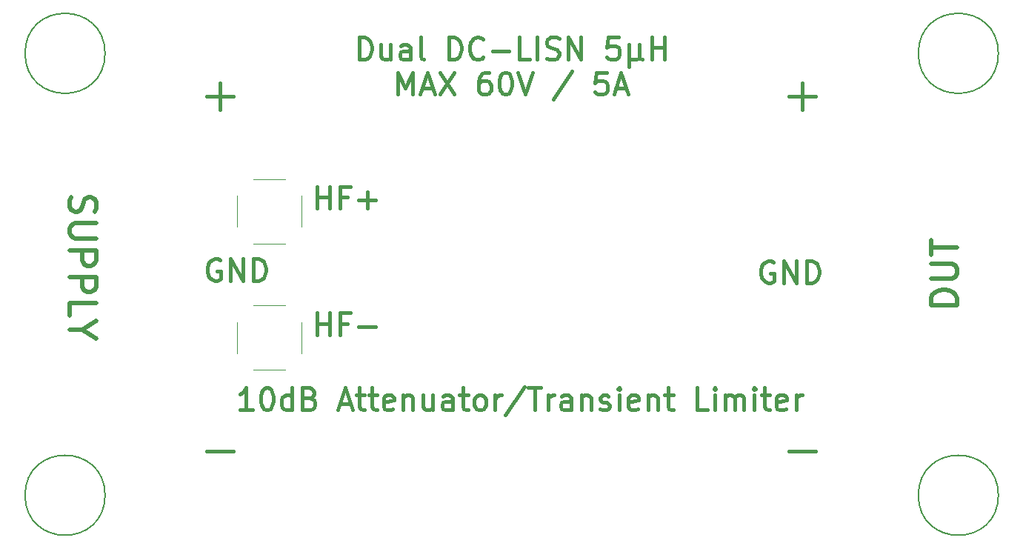
<source format=gbr>
%TF.GenerationSoftware,KiCad,Pcbnew,8.0.6*%
%TF.CreationDate,2024-11-13T10:13:59+01:00*%
%TF.ProjectId,5uH_LISN,3575485f-4c49-4534-9e2e-6b696361645f,V1 R0*%
%TF.SameCoordinates,Original*%
%TF.FileFunction,Legend,Top*%
%TF.FilePolarity,Positive*%
%FSLAX46Y46*%
G04 Gerber Fmt 4.6, Leading zero omitted, Abs format (unit mm)*
G04 Created by KiCad (PCBNEW 8.0.6) date 2024-11-13 10:13:59*
%MOMM*%
%LPD*%
G01*
G04 APERTURE LIST*
%ADD10C,0.400000*%
%ADD11C,0.500000*%
%ADD12C,0.120000*%
%ADD13C,0.127000*%
%ADD14C,0.203200*%
%ADD15C,0.152400*%
%ADD16C,2.150000*%
%ADD17C,2.350000*%
%ADD18C,10.203200*%
%ADD19C,8.203200*%
G04 APERTURE END LIST*
D10*
X86095237Y31657705D02*
X85857142Y31776753D01*
X85857142Y31776753D02*
X85499999Y31776753D01*
X85499999Y31776753D02*
X85142856Y31657705D01*
X85142856Y31657705D02*
X84904761Y31419610D01*
X84904761Y31419610D02*
X84785714Y31181515D01*
X84785714Y31181515D02*
X84666666Y30705324D01*
X84666666Y30705324D02*
X84666666Y30348181D01*
X84666666Y30348181D02*
X84785714Y29871991D01*
X84785714Y29871991D02*
X84904761Y29633896D01*
X84904761Y29633896D02*
X85142856Y29395800D01*
X85142856Y29395800D02*
X85499999Y29276753D01*
X85499999Y29276753D02*
X85738095Y29276753D01*
X85738095Y29276753D02*
X86095237Y29395800D01*
X86095237Y29395800D02*
X86214285Y29514848D01*
X86214285Y29514848D02*
X86214285Y30348181D01*
X86214285Y30348181D02*
X85738095Y30348181D01*
X87285714Y29276753D02*
X87285714Y31776753D01*
X87285714Y31776753D02*
X88714285Y29276753D01*
X88714285Y29276753D02*
X88714285Y31776753D01*
X89904762Y29276753D02*
X89904762Y31776753D01*
X89904762Y31776753D02*
X90500000Y31776753D01*
X90500000Y31776753D02*
X90857143Y31657705D01*
X90857143Y31657705D02*
X91095238Y31419610D01*
X91095238Y31419610D02*
X91214285Y31181515D01*
X91214285Y31181515D02*
X91333333Y30705324D01*
X91333333Y30705324D02*
X91333333Y30348181D01*
X91333333Y30348181D02*
X91214285Y29871991D01*
X91214285Y29871991D02*
X91095238Y29633896D01*
X91095238Y29633896D02*
X90857143Y29395800D01*
X90857143Y29395800D02*
X90500000Y29276753D01*
X90500000Y29276753D02*
X89904762Y29276753D01*
X22845237Y31907705D02*
X22607142Y32026753D01*
X22607142Y32026753D02*
X22249999Y32026753D01*
X22249999Y32026753D02*
X21892856Y31907705D01*
X21892856Y31907705D02*
X21654761Y31669610D01*
X21654761Y31669610D02*
X21535714Y31431515D01*
X21535714Y31431515D02*
X21416666Y30955324D01*
X21416666Y30955324D02*
X21416666Y30598181D01*
X21416666Y30598181D02*
X21535714Y30121991D01*
X21535714Y30121991D02*
X21654761Y29883896D01*
X21654761Y29883896D02*
X21892856Y29645800D01*
X21892856Y29645800D02*
X22249999Y29526753D01*
X22249999Y29526753D02*
X22488095Y29526753D01*
X22488095Y29526753D02*
X22845237Y29645800D01*
X22845237Y29645800D02*
X22964285Y29764848D01*
X22964285Y29764848D02*
X22964285Y30598181D01*
X22964285Y30598181D02*
X22488095Y30598181D01*
X24035714Y29526753D02*
X24035714Y32026753D01*
X24035714Y32026753D02*
X25464285Y29526753D01*
X25464285Y29526753D02*
X25464285Y32026753D01*
X26654762Y29526753D02*
X26654762Y32026753D01*
X26654762Y32026753D02*
X27250000Y32026753D01*
X27250000Y32026753D02*
X27607143Y31907705D01*
X27607143Y31907705D02*
X27845238Y31669610D01*
X27845238Y31669610D02*
X27964285Y31431515D01*
X27964285Y31431515D02*
X28083333Y30955324D01*
X28083333Y30955324D02*
X28083333Y30598181D01*
X28083333Y30598181D02*
X27964285Y30121991D01*
X27964285Y30121991D02*
X27845238Y29883896D01*
X27845238Y29883896D02*
X27607143Y29645800D01*
X27607143Y29645800D02*
X27250000Y29526753D01*
X27250000Y29526753D02*
X26654762Y29526753D01*
D11*
X5836000Y39078572D02*
X5693142Y38650000D01*
X5693142Y38650000D02*
X5693142Y37935715D01*
X5693142Y37935715D02*
X5836000Y37650000D01*
X5836000Y37650000D02*
X5978857Y37507143D01*
X5978857Y37507143D02*
X6264571Y37364286D01*
X6264571Y37364286D02*
X6550285Y37364286D01*
X6550285Y37364286D02*
X6836000Y37507143D01*
X6836000Y37507143D02*
X6978857Y37650000D01*
X6978857Y37650000D02*
X7121714Y37935715D01*
X7121714Y37935715D02*
X7264571Y38507143D01*
X7264571Y38507143D02*
X7407428Y38792858D01*
X7407428Y38792858D02*
X7550285Y38935715D01*
X7550285Y38935715D02*
X7836000Y39078572D01*
X7836000Y39078572D02*
X8121714Y39078572D01*
X8121714Y39078572D02*
X8407428Y38935715D01*
X8407428Y38935715D02*
X8550285Y38792858D01*
X8550285Y38792858D02*
X8693142Y38507143D01*
X8693142Y38507143D02*
X8693142Y37792858D01*
X8693142Y37792858D02*
X8550285Y37364286D01*
X8693142Y36078572D02*
X6264571Y36078572D01*
X6264571Y36078572D02*
X5978857Y35935715D01*
X5978857Y35935715D02*
X5836000Y35792857D01*
X5836000Y35792857D02*
X5693142Y35507143D01*
X5693142Y35507143D02*
X5693142Y34935715D01*
X5693142Y34935715D02*
X5836000Y34650000D01*
X5836000Y34650000D02*
X5978857Y34507143D01*
X5978857Y34507143D02*
X6264571Y34364286D01*
X6264571Y34364286D02*
X8693142Y34364286D01*
X5693142Y32935715D02*
X8693142Y32935715D01*
X8693142Y32935715D02*
X8693142Y31792858D01*
X8693142Y31792858D02*
X8550285Y31507143D01*
X8550285Y31507143D02*
X8407428Y31364286D01*
X8407428Y31364286D02*
X8121714Y31221429D01*
X8121714Y31221429D02*
X7693142Y31221429D01*
X7693142Y31221429D02*
X7407428Y31364286D01*
X7407428Y31364286D02*
X7264571Y31507143D01*
X7264571Y31507143D02*
X7121714Y31792858D01*
X7121714Y31792858D02*
X7121714Y32935715D01*
X5693142Y29935715D02*
X8693142Y29935715D01*
X8693142Y29935715D02*
X8693142Y28792858D01*
X8693142Y28792858D02*
X8550285Y28507143D01*
X8550285Y28507143D02*
X8407428Y28364286D01*
X8407428Y28364286D02*
X8121714Y28221429D01*
X8121714Y28221429D02*
X7693142Y28221429D01*
X7693142Y28221429D02*
X7407428Y28364286D01*
X7407428Y28364286D02*
X7264571Y28507143D01*
X7264571Y28507143D02*
X7121714Y28792858D01*
X7121714Y28792858D02*
X7121714Y29935715D01*
X5693142Y25507143D02*
X5693142Y26935715D01*
X5693142Y26935715D02*
X8693142Y26935715D01*
X7121714Y23935715D02*
X5693142Y23935715D01*
X8693142Y24935715D02*
X7121714Y23935715D01*
X7121714Y23935715D02*
X8693142Y22935715D01*
D10*
X33966667Y37776753D02*
X33966667Y40276753D01*
X33966667Y39086277D02*
X35395238Y39086277D01*
X35395238Y37776753D02*
X35395238Y40276753D01*
X37419048Y39086277D02*
X36585715Y39086277D01*
X36585715Y37776753D02*
X36585715Y40276753D01*
X36585715Y40276753D02*
X37776191Y40276753D01*
X38728572Y38729134D02*
X40633334Y38729134D01*
X39680953Y37776753D02*
X39680953Y39681515D01*
X33966667Y23326753D02*
X33966667Y25826753D01*
X33966667Y24636277D02*
X35395238Y24636277D01*
X35395238Y23326753D02*
X35395238Y25826753D01*
X37419048Y24636277D02*
X36585715Y24636277D01*
X36585715Y23326753D02*
X36585715Y25826753D01*
X36585715Y25826753D02*
X37776191Y25826753D01*
X38728572Y24279134D02*
X40633334Y24279134D01*
X43223810Y50826753D02*
X43223810Y53326753D01*
X43223810Y53326753D02*
X44057143Y51541039D01*
X44057143Y51541039D02*
X44890476Y53326753D01*
X44890476Y53326753D02*
X44890476Y50826753D01*
X45961905Y51541039D02*
X47152381Y51541039D01*
X45723810Y50826753D02*
X46557143Y53326753D01*
X46557143Y53326753D02*
X47390476Y50826753D01*
X47985714Y53326753D02*
X49652381Y50826753D01*
X49652381Y53326753D02*
X47985714Y50826753D01*
X53580952Y53326753D02*
X53104762Y53326753D01*
X53104762Y53326753D02*
X52866666Y53207705D01*
X52866666Y53207705D02*
X52747619Y53088658D01*
X52747619Y53088658D02*
X52509524Y52731515D01*
X52509524Y52731515D02*
X52390476Y52255324D01*
X52390476Y52255324D02*
X52390476Y51302943D01*
X52390476Y51302943D02*
X52509524Y51064848D01*
X52509524Y51064848D02*
X52628571Y50945800D01*
X52628571Y50945800D02*
X52866666Y50826753D01*
X52866666Y50826753D02*
X53342857Y50826753D01*
X53342857Y50826753D02*
X53580952Y50945800D01*
X53580952Y50945800D02*
X53700000Y51064848D01*
X53700000Y51064848D02*
X53819047Y51302943D01*
X53819047Y51302943D02*
X53819047Y51898181D01*
X53819047Y51898181D02*
X53700000Y52136277D01*
X53700000Y52136277D02*
X53580952Y52255324D01*
X53580952Y52255324D02*
X53342857Y52374372D01*
X53342857Y52374372D02*
X52866666Y52374372D01*
X52866666Y52374372D02*
X52628571Y52255324D01*
X52628571Y52255324D02*
X52509524Y52136277D01*
X52509524Y52136277D02*
X52390476Y51898181D01*
X55366666Y53326753D02*
X55604761Y53326753D01*
X55604761Y53326753D02*
X55842857Y53207705D01*
X55842857Y53207705D02*
X55961904Y53088658D01*
X55961904Y53088658D02*
X56080952Y52850562D01*
X56080952Y52850562D02*
X56199999Y52374372D01*
X56199999Y52374372D02*
X56199999Y51779134D01*
X56199999Y51779134D02*
X56080952Y51302943D01*
X56080952Y51302943D02*
X55961904Y51064848D01*
X55961904Y51064848D02*
X55842857Y50945800D01*
X55842857Y50945800D02*
X55604761Y50826753D01*
X55604761Y50826753D02*
X55366666Y50826753D01*
X55366666Y50826753D02*
X55128571Y50945800D01*
X55128571Y50945800D02*
X55009523Y51064848D01*
X55009523Y51064848D02*
X54890476Y51302943D01*
X54890476Y51302943D02*
X54771428Y51779134D01*
X54771428Y51779134D02*
X54771428Y52374372D01*
X54771428Y52374372D02*
X54890476Y52850562D01*
X54890476Y52850562D02*
X55009523Y53088658D01*
X55009523Y53088658D02*
X55128571Y53207705D01*
X55128571Y53207705D02*
X55366666Y53326753D01*
X56914285Y53326753D02*
X57747618Y50826753D01*
X57747618Y50826753D02*
X58580951Y53326753D01*
X63104761Y53445800D02*
X60961904Y50231515D01*
X67033333Y53326753D02*
X65842857Y53326753D01*
X65842857Y53326753D02*
X65723809Y52136277D01*
X65723809Y52136277D02*
X65842857Y52255324D01*
X65842857Y52255324D02*
X66080952Y52374372D01*
X66080952Y52374372D02*
X66676190Y52374372D01*
X66676190Y52374372D02*
X66914285Y52255324D01*
X66914285Y52255324D02*
X67033333Y52136277D01*
X67033333Y52136277D02*
X67152380Y51898181D01*
X67152380Y51898181D02*
X67152380Y51302943D01*
X67152380Y51302943D02*
X67033333Y51064848D01*
X67033333Y51064848D02*
X66914285Y50945800D01*
X66914285Y50945800D02*
X66676190Y50826753D01*
X66676190Y50826753D02*
X66080952Y50826753D01*
X66080952Y50826753D02*
X65842857Y50945800D01*
X65842857Y50945800D02*
X65723809Y51064848D01*
X68104761Y51541039D02*
X69295237Y51541039D01*
X67866666Y50826753D02*
X68699999Y53326753D01*
X68699999Y53326753D02*
X69533332Y50826753D01*
X24383809Y10054134D02*
X21336190Y10054134D01*
X38759523Y54826753D02*
X38759523Y57326753D01*
X38759523Y57326753D02*
X39354761Y57326753D01*
X39354761Y57326753D02*
X39711904Y57207705D01*
X39711904Y57207705D02*
X39949999Y56969610D01*
X39949999Y56969610D02*
X40069046Y56731515D01*
X40069046Y56731515D02*
X40188094Y56255324D01*
X40188094Y56255324D02*
X40188094Y55898181D01*
X40188094Y55898181D02*
X40069046Y55421991D01*
X40069046Y55421991D02*
X39949999Y55183896D01*
X39949999Y55183896D02*
X39711904Y54945800D01*
X39711904Y54945800D02*
X39354761Y54826753D01*
X39354761Y54826753D02*
X38759523Y54826753D01*
X42330951Y56493420D02*
X42330951Y54826753D01*
X41259523Y56493420D02*
X41259523Y55183896D01*
X41259523Y55183896D02*
X41378570Y54945800D01*
X41378570Y54945800D02*
X41616665Y54826753D01*
X41616665Y54826753D02*
X41973808Y54826753D01*
X41973808Y54826753D02*
X42211904Y54945800D01*
X42211904Y54945800D02*
X42330951Y55064848D01*
X44592856Y54826753D02*
X44592856Y56136277D01*
X44592856Y56136277D02*
X44473809Y56374372D01*
X44473809Y56374372D02*
X44235713Y56493420D01*
X44235713Y56493420D02*
X43759523Y56493420D01*
X43759523Y56493420D02*
X43521428Y56374372D01*
X44592856Y54945800D02*
X44354761Y54826753D01*
X44354761Y54826753D02*
X43759523Y54826753D01*
X43759523Y54826753D02*
X43521428Y54945800D01*
X43521428Y54945800D02*
X43402380Y55183896D01*
X43402380Y55183896D02*
X43402380Y55421991D01*
X43402380Y55421991D02*
X43521428Y55660086D01*
X43521428Y55660086D02*
X43759523Y55779134D01*
X43759523Y55779134D02*
X44354761Y55779134D01*
X44354761Y55779134D02*
X44592856Y55898181D01*
X46140475Y54826753D02*
X45902380Y54945800D01*
X45902380Y54945800D02*
X45783333Y55183896D01*
X45783333Y55183896D02*
X45783333Y57326753D01*
X48997619Y54826753D02*
X48997619Y57326753D01*
X48997619Y57326753D02*
X49592857Y57326753D01*
X49592857Y57326753D02*
X49950000Y57207705D01*
X49950000Y57207705D02*
X50188095Y56969610D01*
X50188095Y56969610D02*
X50307142Y56731515D01*
X50307142Y56731515D02*
X50426190Y56255324D01*
X50426190Y56255324D02*
X50426190Y55898181D01*
X50426190Y55898181D02*
X50307142Y55421991D01*
X50307142Y55421991D02*
X50188095Y55183896D01*
X50188095Y55183896D02*
X49950000Y54945800D01*
X49950000Y54945800D02*
X49592857Y54826753D01*
X49592857Y54826753D02*
X48997619Y54826753D01*
X52926190Y55064848D02*
X52807142Y54945800D01*
X52807142Y54945800D02*
X52450000Y54826753D01*
X52450000Y54826753D02*
X52211904Y54826753D01*
X52211904Y54826753D02*
X51854761Y54945800D01*
X51854761Y54945800D02*
X51616666Y55183896D01*
X51616666Y55183896D02*
X51497619Y55421991D01*
X51497619Y55421991D02*
X51378571Y55898181D01*
X51378571Y55898181D02*
X51378571Y56255324D01*
X51378571Y56255324D02*
X51497619Y56731515D01*
X51497619Y56731515D02*
X51616666Y56969610D01*
X51616666Y56969610D02*
X51854761Y57207705D01*
X51854761Y57207705D02*
X52211904Y57326753D01*
X52211904Y57326753D02*
X52450000Y57326753D01*
X52450000Y57326753D02*
X52807142Y57207705D01*
X52807142Y57207705D02*
X52926190Y57088658D01*
X53997619Y55779134D02*
X55902381Y55779134D01*
X58283333Y54826753D02*
X57092857Y54826753D01*
X57092857Y54826753D02*
X57092857Y57326753D01*
X59116667Y54826753D02*
X59116667Y57326753D01*
X60188095Y54945800D02*
X60545238Y54826753D01*
X60545238Y54826753D02*
X61140476Y54826753D01*
X61140476Y54826753D02*
X61378571Y54945800D01*
X61378571Y54945800D02*
X61497619Y55064848D01*
X61497619Y55064848D02*
X61616666Y55302943D01*
X61616666Y55302943D02*
X61616666Y55541039D01*
X61616666Y55541039D02*
X61497619Y55779134D01*
X61497619Y55779134D02*
X61378571Y55898181D01*
X61378571Y55898181D02*
X61140476Y56017229D01*
X61140476Y56017229D02*
X60664285Y56136277D01*
X60664285Y56136277D02*
X60426190Y56255324D01*
X60426190Y56255324D02*
X60307143Y56374372D01*
X60307143Y56374372D02*
X60188095Y56612467D01*
X60188095Y56612467D02*
X60188095Y56850562D01*
X60188095Y56850562D02*
X60307143Y57088658D01*
X60307143Y57088658D02*
X60426190Y57207705D01*
X60426190Y57207705D02*
X60664285Y57326753D01*
X60664285Y57326753D02*
X61259524Y57326753D01*
X61259524Y57326753D02*
X61616666Y57207705D01*
X62688095Y54826753D02*
X62688095Y57326753D01*
X62688095Y57326753D02*
X64116666Y54826753D01*
X64116666Y54826753D02*
X64116666Y57326753D01*
X68402381Y57326753D02*
X67211905Y57326753D01*
X67211905Y57326753D02*
X67092857Y56136277D01*
X67092857Y56136277D02*
X67211905Y56255324D01*
X67211905Y56255324D02*
X67450000Y56374372D01*
X67450000Y56374372D02*
X68045238Y56374372D01*
X68045238Y56374372D02*
X68283333Y56255324D01*
X68283333Y56255324D02*
X68402381Y56136277D01*
X68402381Y56136277D02*
X68521428Y55898181D01*
X68521428Y55898181D02*
X68521428Y55302943D01*
X68521428Y55302943D02*
X68402381Y55064848D01*
X68402381Y55064848D02*
X68283333Y54945800D01*
X68283333Y54945800D02*
X68045238Y54826753D01*
X68045238Y54826753D02*
X67450000Y54826753D01*
X67450000Y54826753D02*
X67211905Y54945800D01*
X67211905Y54945800D02*
X67092857Y55064848D01*
X69592857Y56493420D02*
X69592857Y53993420D01*
X70783333Y55183896D02*
X70902380Y54945800D01*
X70902380Y54945800D02*
X71140476Y54826753D01*
X69592857Y55183896D02*
X69711904Y54945800D01*
X69711904Y54945800D02*
X69949999Y54826753D01*
X69949999Y54826753D02*
X70426190Y54826753D01*
X70426190Y54826753D02*
X70664285Y54945800D01*
X70664285Y54945800D02*
X70783333Y55183896D01*
X70783333Y55183896D02*
X70783333Y56493420D01*
X72211905Y54826753D02*
X72211905Y57326753D01*
X72211905Y56136277D02*
X73640476Y56136277D01*
X73640476Y54826753D02*
X73640476Y57326753D01*
X26554762Y14776753D02*
X25126191Y14776753D01*
X25840477Y14776753D02*
X25840477Y17276753D01*
X25840477Y17276753D02*
X25602381Y16919610D01*
X25602381Y16919610D02*
X25364286Y16681515D01*
X25364286Y16681515D02*
X25126191Y16562467D01*
X28102381Y17276753D02*
X28340476Y17276753D01*
X28340476Y17276753D02*
X28578572Y17157705D01*
X28578572Y17157705D02*
X28697619Y17038658D01*
X28697619Y17038658D02*
X28816667Y16800562D01*
X28816667Y16800562D02*
X28935714Y16324372D01*
X28935714Y16324372D02*
X28935714Y15729134D01*
X28935714Y15729134D02*
X28816667Y15252943D01*
X28816667Y15252943D02*
X28697619Y15014848D01*
X28697619Y15014848D02*
X28578572Y14895800D01*
X28578572Y14895800D02*
X28340476Y14776753D01*
X28340476Y14776753D02*
X28102381Y14776753D01*
X28102381Y14776753D02*
X27864286Y14895800D01*
X27864286Y14895800D02*
X27745238Y15014848D01*
X27745238Y15014848D02*
X27626191Y15252943D01*
X27626191Y15252943D02*
X27507143Y15729134D01*
X27507143Y15729134D02*
X27507143Y16324372D01*
X27507143Y16324372D02*
X27626191Y16800562D01*
X27626191Y16800562D02*
X27745238Y17038658D01*
X27745238Y17038658D02*
X27864286Y17157705D01*
X27864286Y17157705D02*
X28102381Y17276753D01*
X31078571Y14776753D02*
X31078571Y17276753D01*
X31078571Y14895800D02*
X30840476Y14776753D01*
X30840476Y14776753D02*
X30364285Y14776753D01*
X30364285Y14776753D02*
X30126190Y14895800D01*
X30126190Y14895800D02*
X30007143Y15014848D01*
X30007143Y15014848D02*
X29888095Y15252943D01*
X29888095Y15252943D02*
X29888095Y15967229D01*
X29888095Y15967229D02*
X30007143Y16205324D01*
X30007143Y16205324D02*
X30126190Y16324372D01*
X30126190Y16324372D02*
X30364285Y16443420D01*
X30364285Y16443420D02*
X30840476Y16443420D01*
X30840476Y16443420D02*
X31078571Y16324372D01*
X33102381Y16086277D02*
X33459524Y15967229D01*
X33459524Y15967229D02*
X33578571Y15848181D01*
X33578571Y15848181D02*
X33697619Y15610086D01*
X33697619Y15610086D02*
X33697619Y15252943D01*
X33697619Y15252943D02*
X33578571Y15014848D01*
X33578571Y15014848D02*
X33459524Y14895800D01*
X33459524Y14895800D02*
X33221429Y14776753D01*
X33221429Y14776753D02*
X32269048Y14776753D01*
X32269048Y14776753D02*
X32269048Y17276753D01*
X32269048Y17276753D02*
X33102381Y17276753D01*
X33102381Y17276753D02*
X33340476Y17157705D01*
X33340476Y17157705D02*
X33459524Y17038658D01*
X33459524Y17038658D02*
X33578571Y16800562D01*
X33578571Y16800562D02*
X33578571Y16562467D01*
X33578571Y16562467D02*
X33459524Y16324372D01*
X33459524Y16324372D02*
X33340476Y16205324D01*
X33340476Y16205324D02*
X33102381Y16086277D01*
X33102381Y16086277D02*
X32269048Y16086277D01*
X36554762Y15491039D02*
X37745238Y15491039D01*
X36316667Y14776753D02*
X37150000Y17276753D01*
X37150000Y17276753D02*
X37983333Y14776753D01*
X38459524Y16443420D02*
X39411905Y16443420D01*
X38816667Y17276753D02*
X38816667Y15133896D01*
X38816667Y15133896D02*
X38935714Y14895800D01*
X38935714Y14895800D02*
X39173809Y14776753D01*
X39173809Y14776753D02*
X39411905Y14776753D01*
X39888095Y16443420D02*
X40840476Y16443420D01*
X40245238Y17276753D02*
X40245238Y15133896D01*
X40245238Y15133896D02*
X40364285Y14895800D01*
X40364285Y14895800D02*
X40602380Y14776753D01*
X40602380Y14776753D02*
X40840476Y14776753D01*
X42626190Y14895800D02*
X42388094Y14776753D01*
X42388094Y14776753D02*
X41911904Y14776753D01*
X41911904Y14776753D02*
X41673809Y14895800D01*
X41673809Y14895800D02*
X41554761Y15133896D01*
X41554761Y15133896D02*
X41554761Y16086277D01*
X41554761Y16086277D02*
X41673809Y16324372D01*
X41673809Y16324372D02*
X41911904Y16443420D01*
X41911904Y16443420D02*
X42388094Y16443420D01*
X42388094Y16443420D02*
X42626190Y16324372D01*
X42626190Y16324372D02*
X42745237Y16086277D01*
X42745237Y16086277D02*
X42745237Y15848181D01*
X42745237Y15848181D02*
X41554761Y15610086D01*
X43816666Y16443420D02*
X43816666Y14776753D01*
X43816666Y16205324D02*
X43935713Y16324372D01*
X43935713Y16324372D02*
X44173808Y16443420D01*
X44173808Y16443420D02*
X44530951Y16443420D01*
X44530951Y16443420D02*
X44769047Y16324372D01*
X44769047Y16324372D02*
X44888094Y16086277D01*
X44888094Y16086277D02*
X44888094Y14776753D01*
X47149999Y16443420D02*
X47149999Y14776753D01*
X46078571Y16443420D02*
X46078571Y15133896D01*
X46078571Y15133896D02*
X46197618Y14895800D01*
X46197618Y14895800D02*
X46435713Y14776753D01*
X46435713Y14776753D02*
X46792856Y14776753D01*
X46792856Y14776753D02*
X47030952Y14895800D01*
X47030952Y14895800D02*
X47149999Y15014848D01*
X49411904Y14776753D02*
X49411904Y16086277D01*
X49411904Y16086277D02*
X49292857Y16324372D01*
X49292857Y16324372D02*
X49054761Y16443420D01*
X49054761Y16443420D02*
X48578571Y16443420D01*
X48578571Y16443420D02*
X48340476Y16324372D01*
X49411904Y14895800D02*
X49173809Y14776753D01*
X49173809Y14776753D02*
X48578571Y14776753D01*
X48578571Y14776753D02*
X48340476Y14895800D01*
X48340476Y14895800D02*
X48221428Y15133896D01*
X48221428Y15133896D02*
X48221428Y15371991D01*
X48221428Y15371991D02*
X48340476Y15610086D01*
X48340476Y15610086D02*
X48578571Y15729134D01*
X48578571Y15729134D02*
X49173809Y15729134D01*
X49173809Y15729134D02*
X49411904Y15848181D01*
X50245238Y16443420D02*
X51197619Y16443420D01*
X50602381Y17276753D02*
X50602381Y15133896D01*
X50602381Y15133896D02*
X50721428Y14895800D01*
X50721428Y14895800D02*
X50959523Y14776753D01*
X50959523Y14776753D02*
X51197619Y14776753D01*
X52388094Y14776753D02*
X52149999Y14895800D01*
X52149999Y14895800D02*
X52030952Y15014848D01*
X52030952Y15014848D02*
X51911904Y15252943D01*
X51911904Y15252943D02*
X51911904Y15967229D01*
X51911904Y15967229D02*
X52030952Y16205324D01*
X52030952Y16205324D02*
X52149999Y16324372D01*
X52149999Y16324372D02*
X52388094Y16443420D01*
X52388094Y16443420D02*
X52745237Y16443420D01*
X52745237Y16443420D02*
X52983333Y16324372D01*
X52983333Y16324372D02*
X53102380Y16205324D01*
X53102380Y16205324D02*
X53221428Y15967229D01*
X53221428Y15967229D02*
X53221428Y15252943D01*
X53221428Y15252943D02*
X53102380Y15014848D01*
X53102380Y15014848D02*
X52983333Y14895800D01*
X52983333Y14895800D02*
X52745237Y14776753D01*
X52745237Y14776753D02*
X52388094Y14776753D01*
X54292857Y14776753D02*
X54292857Y16443420D01*
X54292857Y15967229D02*
X54411904Y16205324D01*
X54411904Y16205324D02*
X54530952Y16324372D01*
X54530952Y16324372D02*
X54769047Y16443420D01*
X54769047Y16443420D02*
X55007142Y16443420D01*
X57626190Y17395800D02*
X55483333Y14181515D01*
X58102381Y17276753D02*
X59530952Y17276753D01*
X58816666Y14776753D02*
X58816666Y17276753D01*
X60364286Y14776753D02*
X60364286Y16443420D01*
X60364286Y15967229D02*
X60483333Y16205324D01*
X60483333Y16205324D02*
X60602381Y16324372D01*
X60602381Y16324372D02*
X60840476Y16443420D01*
X60840476Y16443420D02*
X61078571Y16443420D01*
X62983333Y14776753D02*
X62983333Y16086277D01*
X62983333Y16086277D02*
X62864286Y16324372D01*
X62864286Y16324372D02*
X62626190Y16443420D01*
X62626190Y16443420D02*
X62150000Y16443420D01*
X62150000Y16443420D02*
X61911905Y16324372D01*
X62983333Y14895800D02*
X62745238Y14776753D01*
X62745238Y14776753D02*
X62150000Y14776753D01*
X62150000Y14776753D02*
X61911905Y14895800D01*
X61911905Y14895800D02*
X61792857Y15133896D01*
X61792857Y15133896D02*
X61792857Y15371991D01*
X61792857Y15371991D02*
X61911905Y15610086D01*
X61911905Y15610086D02*
X62150000Y15729134D01*
X62150000Y15729134D02*
X62745238Y15729134D01*
X62745238Y15729134D02*
X62983333Y15848181D01*
X64173810Y16443420D02*
X64173810Y14776753D01*
X64173810Y16205324D02*
X64292857Y16324372D01*
X64292857Y16324372D02*
X64530952Y16443420D01*
X64530952Y16443420D02*
X64888095Y16443420D01*
X64888095Y16443420D02*
X65126191Y16324372D01*
X65126191Y16324372D02*
X65245238Y16086277D01*
X65245238Y16086277D02*
X65245238Y14776753D01*
X66316667Y14895800D02*
X66554762Y14776753D01*
X66554762Y14776753D02*
X67030953Y14776753D01*
X67030953Y14776753D02*
X67269048Y14895800D01*
X67269048Y14895800D02*
X67388096Y15133896D01*
X67388096Y15133896D02*
X67388096Y15252943D01*
X67388096Y15252943D02*
X67269048Y15491039D01*
X67269048Y15491039D02*
X67030953Y15610086D01*
X67030953Y15610086D02*
X66673810Y15610086D01*
X66673810Y15610086D02*
X66435715Y15729134D01*
X66435715Y15729134D02*
X66316667Y15967229D01*
X66316667Y15967229D02*
X66316667Y16086277D01*
X66316667Y16086277D02*
X66435715Y16324372D01*
X66435715Y16324372D02*
X66673810Y16443420D01*
X66673810Y16443420D02*
X67030953Y16443420D01*
X67030953Y16443420D02*
X67269048Y16324372D01*
X68459525Y14776753D02*
X68459525Y16443420D01*
X68459525Y17276753D02*
X68340477Y17157705D01*
X68340477Y17157705D02*
X68459525Y17038658D01*
X68459525Y17038658D02*
X68578572Y17157705D01*
X68578572Y17157705D02*
X68459525Y17276753D01*
X68459525Y17276753D02*
X68459525Y17038658D01*
X70602382Y14895800D02*
X70364286Y14776753D01*
X70364286Y14776753D02*
X69888096Y14776753D01*
X69888096Y14776753D02*
X69650001Y14895800D01*
X69650001Y14895800D02*
X69530953Y15133896D01*
X69530953Y15133896D02*
X69530953Y16086277D01*
X69530953Y16086277D02*
X69650001Y16324372D01*
X69650001Y16324372D02*
X69888096Y16443420D01*
X69888096Y16443420D02*
X70364286Y16443420D01*
X70364286Y16443420D02*
X70602382Y16324372D01*
X70602382Y16324372D02*
X70721429Y16086277D01*
X70721429Y16086277D02*
X70721429Y15848181D01*
X70721429Y15848181D02*
X69530953Y15610086D01*
X71792858Y16443420D02*
X71792858Y14776753D01*
X71792858Y16205324D02*
X71911905Y16324372D01*
X71911905Y16324372D02*
X72150000Y16443420D01*
X72150000Y16443420D02*
X72507143Y16443420D01*
X72507143Y16443420D02*
X72745239Y16324372D01*
X72745239Y16324372D02*
X72864286Y16086277D01*
X72864286Y16086277D02*
X72864286Y14776753D01*
X73697620Y16443420D02*
X74650001Y16443420D01*
X74054763Y17276753D02*
X74054763Y15133896D01*
X74054763Y15133896D02*
X74173810Y14895800D01*
X74173810Y14895800D02*
X74411905Y14776753D01*
X74411905Y14776753D02*
X74650001Y14776753D01*
X78578572Y14776753D02*
X77388096Y14776753D01*
X77388096Y14776753D02*
X77388096Y17276753D01*
X79411906Y14776753D02*
X79411906Y16443420D01*
X79411906Y17276753D02*
X79292858Y17157705D01*
X79292858Y17157705D02*
X79411906Y17038658D01*
X79411906Y17038658D02*
X79530953Y17157705D01*
X79530953Y17157705D02*
X79411906Y17276753D01*
X79411906Y17276753D02*
X79411906Y17038658D01*
X80602382Y14776753D02*
X80602382Y16443420D01*
X80602382Y16205324D02*
X80721429Y16324372D01*
X80721429Y16324372D02*
X80959524Y16443420D01*
X80959524Y16443420D02*
X81316667Y16443420D01*
X81316667Y16443420D02*
X81554763Y16324372D01*
X81554763Y16324372D02*
X81673810Y16086277D01*
X81673810Y16086277D02*
X81673810Y14776753D01*
X81673810Y16086277D02*
X81792858Y16324372D01*
X81792858Y16324372D02*
X82030953Y16443420D01*
X82030953Y16443420D02*
X82388096Y16443420D01*
X82388096Y16443420D02*
X82626191Y16324372D01*
X82626191Y16324372D02*
X82745239Y16086277D01*
X82745239Y16086277D02*
X82745239Y14776753D01*
X83935715Y14776753D02*
X83935715Y16443420D01*
X83935715Y17276753D02*
X83816667Y17157705D01*
X83816667Y17157705D02*
X83935715Y17038658D01*
X83935715Y17038658D02*
X84054762Y17157705D01*
X84054762Y17157705D02*
X83935715Y17276753D01*
X83935715Y17276753D02*
X83935715Y17038658D01*
X84769048Y16443420D02*
X85721429Y16443420D01*
X85126191Y17276753D02*
X85126191Y15133896D01*
X85126191Y15133896D02*
X85245238Y14895800D01*
X85245238Y14895800D02*
X85483333Y14776753D01*
X85483333Y14776753D02*
X85721429Y14776753D01*
X87507143Y14895800D02*
X87269047Y14776753D01*
X87269047Y14776753D02*
X86792857Y14776753D01*
X86792857Y14776753D02*
X86554762Y14895800D01*
X86554762Y14895800D02*
X86435714Y15133896D01*
X86435714Y15133896D02*
X86435714Y16086277D01*
X86435714Y16086277D02*
X86554762Y16324372D01*
X86554762Y16324372D02*
X86792857Y16443420D01*
X86792857Y16443420D02*
X87269047Y16443420D01*
X87269047Y16443420D02*
X87507143Y16324372D01*
X87507143Y16324372D02*
X87626190Y16086277D01*
X87626190Y16086277D02*
X87626190Y15848181D01*
X87626190Y15848181D02*
X86435714Y15610086D01*
X88697619Y14776753D02*
X88697619Y16443420D01*
X88697619Y15967229D02*
X88816666Y16205324D01*
X88816666Y16205324D02*
X88935714Y16324372D01*
X88935714Y16324372D02*
X89173809Y16443420D01*
X89173809Y16443420D02*
X89411904Y16443420D01*
D11*
X107106857Y26750001D02*
X104106857Y26750001D01*
X104106857Y26750001D02*
X104106857Y27464287D01*
X104106857Y27464287D02*
X104249714Y27892858D01*
X104249714Y27892858D02*
X104535428Y28178573D01*
X104535428Y28178573D02*
X104821142Y28321430D01*
X104821142Y28321430D02*
X105392571Y28464287D01*
X105392571Y28464287D02*
X105821142Y28464287D01*
X105821142Y28464287D02*
X106392571Y28321430D01*
X106392571Y28321430D02*
X106678285Y28178573D01*
X106678285Y28178573D02*
X106964000Y27892858D01*
X106964000Y27892858D02*
X107106857Y27464287D01*
X107106857Y27464287D02*
X107106857Y26750001D01*
X104106857Y29750001D02*
X106535428Y29750001D01*
X106535428Y29750001D02*
X106821142Y29892858D01*
X106821142Y29892858D02*
X106964000Y30035715D01*
X106964000Y30035715D02*
X107106857Y30321430D01*
X107106857Y30321430D02*
X107106857Y30892858D01*
X107106857Y30892858D02*
X106964000Y31178573D01*
X106964000Y31178573D02*
X106821142Y31321430D01*
X106821142Y31321430D02*
X106535428Y31464287D01*
X106535428Y31464287D02*
X104106857Y31464287D01*
X104106857Y32464287D02*
X104106857Y34178572D01*
X107106857Y33321430D02*
X104106857Y33321430D01*
D10*
X90931809Y10054134D02*
X87884190Y10054134D01*
X90931809Y50554134D02*
X87884190Y50554134D01*
X89407999Y49030324D02*
X89407999Y52077943D01*
X24383809Y50554134D02*
X21336190Y50554134D01*
X22859999Y49030324D02*
X22859999Y52077943D01*
D12*
%TO.C,J1*%
X26700000Y33776500D02*
X30300000Y33776500D01*
X32180000Y39256500D02*
X32180000Y35656500D01*
X26700000Y41136500D02*
X30300000Y41136500D01*
X24820000Y39256500D02*
X24820000Y35656500D01*
%TO.C,J2*%
X32180000Y24800000D02*
X32180000Y21200000D01*
X26700000Y19320000D02*
X30300000Y19320000D01*
X26700000Y26680000D02*
X30300000Y26680000D01*
X24820000Y24800000D02*
X24820000Y21200000D01*
D13*
%TO.C,J4*%
X17839800Y30200000D02*
G75*
G02*
X12160200Y30200000I-2839800J0D01*
G01*
X12160200Y30200000D02*
G75*
G02*
X17839800Y30200000I2839800J0D01*
G01*
D14*
%TO.C,H1*%
X7300000Y5000000D02*
G75*
G02*
X3000000Y5000000I-2150000J0D01*
G01*
X3000000Y5000000D02*
G75*
G02*
X7300000Y5000000I2150000J0D01*
G01*
D15*
X9722000Y5000000D02*
G75*
G02*
X578000Y5000000I-4572000J0D01*
G01*
X578000Y5000000D02*
G75*
G02*
X9722000Y5000000I4572000J0D01*
G01*
D14*
%TO.C,H2*%
X7300000Y55500000D02*
G75*
G02*
X3000000Y55500000I-2150000J0D01*
G01*
X3000000Y55500000D02*
G75*
G02*
X7300000Y55500000I2150000J0D01*
G01*
D15*
X9722000Y55500000D02*
G75*
G02*
X578000Y55500000I-4572000J0D01*
G01*
X578000Y55500000D02*
G75*
G02*
X9722000Y55500000I4572000J0D01*
G01*
%TO.C,H3*%
X111822000Y55500000D02*
G75*
G02*
X102678000Y55500000I-4572000J0D01*
G01*
X102678000Y55500000D02*
G75*
G02*
X111822000Y55500000I4572000J0D01*
G01*
D14*
X109400000Y55500000D02*
G75*
G02*
X105100000Y55500000I-2150000J0D01*
G01*
X105100000Y55500000D02*
G75*
G02*
X109400000Y55500000I2150000J0D01*
G01*
%TO.C,H4*%
X109400000Y5000000D02*
G75*
G02*
X105100000Y5000000I-2150000J0D01*
G01*
X105100000Y5000000D02*
G75*
G02*
X109400000Y5000000I2150000J0D01*
G01*
D15*
X111822000Y5000000D02*
G75*
G02*
X102678000Y5000000I-4572000J0D01*
G01*
X102678000Y5000000D02*
G75*
G02*
X111822000Y5000000I4572000J0D01*
G01*
D13*
%TO.C,J3*%
X17839800Y49260000D02*
G75*
G02*
X12160200Y49260000I-2839800J0D01*
G01*
X12160200Y49260000D02*
G75*
G02*
X17839800Y49260000I2839800J0D01*
G01*
%TO.C,J5*%
X17839800Y11140000D02*
G75*
G02*
X12160200Y11140000I-2839800J0D01*
G01*
X12160200Y11140000D02*
G75*
G02*
X17839800Y11140000I2839800J0D01*
G01*
%TO.C,J6*%
X100239800Y30200000D02*
G75*
G02*
X94560200Y30200000I-2839800J0D01*
G01*
X94560200Y30200000D02*
G75*
G02*
X100239800Y30200000I2839800J0D01*
G01*
%TO.C,J7*%
X100239800Y49260000D02*
G75*
G02*
X94560200Y49260000I-2839800J0D01*
G01*
X94560200Y49260000D02*
G75*
G02*
X100239800Y49260000I2839800J0D01*
G01*
%TO.C,J8*%
X100239800Y11140000D02*
G75*
G02*
X94560200Y11140000I-2839800J0D01*
G01*
X94560200Y11140000D02*
G75*
G02*
X100239800Y11140000I2839800J0D01*
G01*
%TD*%
%LPC*%
D16*
%TO.C,J1*%
X28500000Y37456500D03*
D17*
X25960000Y39996500D03*
X31040000Y34916500D03*
X25960000Y34916500D03*
X31040000Y39996500D03*
%TD*%
D16*
%TO.C,J2*%
X28500000Y23000000D03*
D17*
X25960000Y25540000D03*
X25960000Y20460000D03*
X31040000Y20460000D03*
X31040000Y25540000D03*
%TD*%
D18*
%TO.C,J4*%
X15000000Y30200000D03*
%TD*%
D19*
%TO.C,H1*%
X5150000Y5000000D03*
%TD*%
%TO.C,H2*%
X5150000Y55500000D03*
%TD*%
%TO.C,H3*%
X107250000Y55500000D03*
%TD*%
%TO.C,H4*%
X107250000Y5000000D03*
%TD*%
D18*
%TO.C,J3*%
X15000000Y49260000D03*
%TD*%
%TO.C,J5*%
X15000000Y11140000D03*
%TD*%
%TO.C,J6*%
X97400000Y30200000D03*
%TD*%
%TO.C,J7*%
X97400000Y49260000D03*
%TD*%
%TO.C,J8*%
X97400000Y11140000D03*
%TD*%
%LPD*%
M02*

</source>
